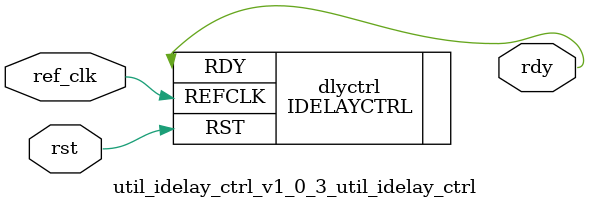
<source format=v>
`timescale 1 ps / 1 ps

module util_idelay_ctrl_v1_0_3_util_idelay_ctrl #(
  parameter SIM_DEVICE = "7SERIES"
)(
    output rdy,
    input  ref_clk,
    input  rst
);

IDELAYCTRL # (
    .SIM_DEVICE (SIM_DEVICE)
) dlyctrl
(
    .RDY       (rdy),
    .REFCLK    (ref_clk),
    .RST       (rst)
);
endmodule




</source>
